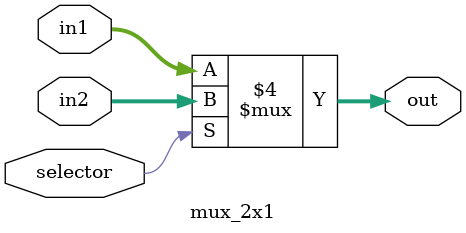
<source format=sv>
module mux_2x1(
  input logic [7:0] in1, in2,
  input logic selector,
  output logic [7:0] out
);
  always @(selector or in)
  begin
      // student to add code here
      if (selector == 0) out = in1;
      else out = in2;

  end
endmodule
</source>
